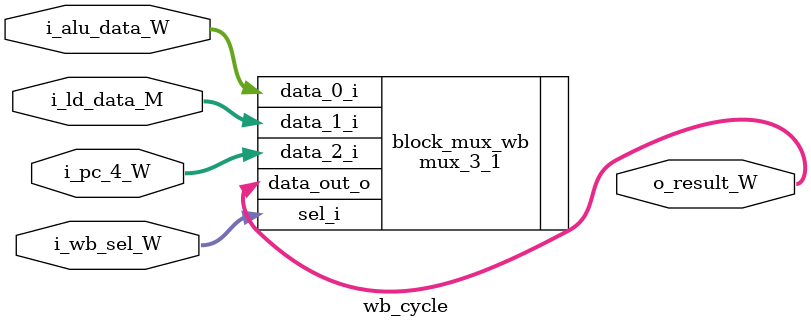
<source format=sv>
module wb_cycle (
    input logic [31:0] i_ld_data_M,
    input logic [31:0] i_pc_4_W,
    input logic [31:0] i_alu_data_W,
    input logic [1:0] i_wb_sel_W,
    output logic [31:0] o_result_W
);
 mux_3_1 block_mux_wb (
    .data_0_i      (i_alu_data_W), 
    .data_1_i      (i_ld_data_M), 
    .data_2_i      (i_pc_4_W), 
    .sel_i         (i_wb_sel_W  ), 
    .data_out_o    (o_result_W )
);
endmodule

 
 
 
	

</source>
